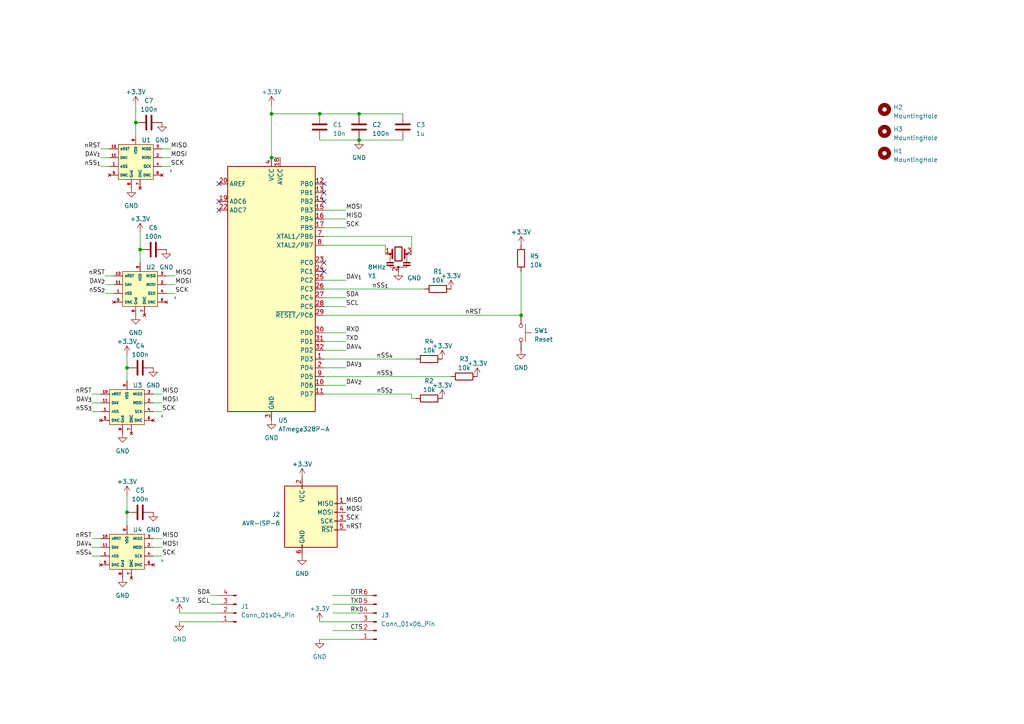
<source format=kicad_sch>
(kicad_sch (version 20230121) (generator eeschema)
  (paper "A4")
  (lib_symbols
    (symbol "Connector:AVR-ISP-6" (pin_names (offset 1.016))
      (property "Reference" "J" (at -6.35 11.43 0))
      (property "Value" "AVR-ISP-6" (at 0 11.43 0))
      (symbol "AVR-ISP-6_0_1"
        (rectangle (start -2.667 -6.858) (end -2.413 -7.62))
        (rectangle (start -2.667 10.16) (end -2.413 9.398))
        (rectangle (start 7.62 -2.413) (end 6.858 -2.667))
        (rectangle (start 7.62 0.127) (end 6.858 -0.127))
        (rectangle (start 7.62 2.667) (end 6.858 2.413))
        (rectangle (start 7.62 5.207) (end 6.858 4.953))
        (rectangle (start 7.62 10.16) (end -7.62 -7.62) (stroke (width 0.254)) (fill (type background)))
      )
      (symbol "AVR-ISP-6_1_1"
        (pin passive line (at 10.16 5.08 180) (length 2.54) (name "MISO") (number "1"))
        (pin passive line (at -2.54 12.7 270) (length 2.54) (name "VCC") (number "2"))
        (pin passive line (at 10.16 0 180) (length 2.54) (name "SCK") (number "3"))
        (pin passive line (at 10.16 2.54 180) (length 2.54) (name "MOSI") (number "4"))
        (pin passive line (at 10.16 -2.54 180) (length 2.54) (name "~{RST}") (number "5"))
        (pin passive line (at -2.54 -10.16 90) (length 2.54) (name "GND") (number "6"))
      )
    )
    (symbol "Connector:Conn_01x04_Pin" (pin_names (offset 1.016) hide)
      (property "Reference" "J" (at 0 5.08 0))
      (property "Value" "Conn_01x04_Pin" (at 0 -7.62 0))
      (symbol "Conn_01x04_Pin_1_1"
        (polyline (pts (xy 1.27 -5.08) (xy 0.8636 -5.08)) (stroke (width 0.1524)))
        (polyline (pts (xy 1.27 -2.54) (xy 0.8636 -2.54)) (stroke (width 0.1524)))
        (polyline (pts (xy 1.27 0) (xy 0.8636 0)) (stroke (width 0.1524)))
        (polyline (pts (xy 1.27 2.54) (xy 0.8636 2.54)) (stroke (width 0.1524)))
        (rectangle (start 0.8636 -4.953) (end 0 -5.207) (stroke (width 0.1524)) (fill (type outline)))
        (rectangle (start 0.8636 -2.413) (end 0 -2.667) (stroke (width 0.1524)) (fill (type outline)))
        (rectangle (start 0.8636 0.127) (end 0 -0.127) (stroke (width 0.1524)) (fill (type outline)))
        (rectangle (start 0.8636 2.667) (end 0 2.413) (stroke (width 0.1524)) (fill (type outline)))
        (pin passive line (at 5.08 2.54 180) (length 3.81) (name "Pin_1") (number "1"))
        (pin passive line (at 5.08 0 180) (length 3.81) (name "Pin_2") (number "2"))
        (pin passive line (at 5.08 -2.54 180) (length 3.81) (name "Pin_3") (number "3"))
        (pin passive line (at 5.08 -5.08 180) (length 3.81) (name "Pin_4") (number "4"))
      )
    )
    (symbol "Connector:Conn_01x06_Pin" (pin_names (offset 1.016) hide)
      (property "Reference" "J" (at 0 7.62 0))
      (property "Value" "Conn_01x06_Pin" (at 0 -10.16 0))
      (symbol "Conn_01x06_Pin_1_1"
        (polyline (pts (xy 1.27 -7.62) (xy 0.8636 -7.62)) (stroke (width 0.1524)))
        (polyline (pts (xy 1.27 -5.08) (xy 0.8636 -5.08)) (stroke (width 0.1524)))
        (polyline (pts (xy 1.27 -2.54) (xy 0.8636 -2.54)) (stroke (width 0.1524)))
        (polyline (pts (xy 1.27 0) (xy 0.8636 0)) (stroke (width 0.1524)))
        (polyline (pts (xy 1.27 2.54) (xy 0.8636 2.54)) (stroke (width 0.1524)))
        (polyline (pts (xy 1.27 5.08) (xy 0.8636 5.08)) (stroke (width 0.1524)))
        (rectangle (start 0.8636 -7.493) (end 0 -7.747) (stroke (width 0.1524)) (fill (type outline)))
        (rectangle (start 0.8636 -4.953) (end 0 -5.207) (stroke (width 0.1524)) (fill (type outline)))
        (rectangle (start 0.8636 -2.413) (end 0 -2.667) (stroke (width 0.1524)) (fill (type outline)))
        (rectangle (start 0.8636 0.127) (end 0 -0.127) (stroke (width 0.1524)) (fill (type outline)))
        (rectangle (start 0.8636 2.667) (end 0 2.413) (stroke (width 0.1524)) (fill (type outline)))
        (rectangle (start 0.8636 5.207) (end 0 4.953) (stroke (width 0.1524)) (fill (type outline)))
        (pin passive line (at 5.08 5.08 180) (length 3.81) (name "Pin_1") (number "1"))
        (pin passive line (at 5.08 2.54 180) (length 3.81) (name "Pin_2") (number "2"))
        (pin passive line (at 5.08 0 180) (length 3.81) (name "Pin_3") (number "3"))
        (pin passive line (at 5.08 -2.54 180) (length 3.81) (name "Pin_4") (number "4"))
        (pin passive line (at 5.08 -5.08 180) (length 3.81) (name "Pin_5") (number "5"))
        (pin passive line (at 5.08 -7.62 180) (length 3.81) (name "Pin_6") (number "6"))
      )
    )
    (symbol "Device:C" (pin_numbers hide) (pin_names (offset 0.254))
      (property "Reference" "C" (at 0.635 2.54 0))
      (property "Value" "C" (at 0.635 -2.54 0))
      (symbol "C_0_1"
        (polyline (pts (xy -2.032 -0.762) (xy 2.032 -0.762)) (stroke (width 0.508)))
        (polyline (pts (xy -2.032 0.762) (xy 2.032 0.762)) (stroke (width 0.508)))
      )
      (symbol "C_1_1"
        (pin passive line (at 0 3.81 270) (length 2.794) (name "~") (number "1"))
        (pin passive line (at 0 -3.81 90) (length 2.794) (name "~") (number "2"))
      )
    )
    (symbol "Device:R" (pin_numbers hide) (pin_names (offset 0))
      (property "Reference" "R" (at 2.032 0 90))
      (property "Value" "R" (at 0 0 90))
      (symbol "R_0_1"
        (rectangle (start -1.016 -2.54) (end 1.016 2.54) (stroke (width 0.254)))
      )
      (symbol "R_1_1"
        (pin passive line (at 0 3.81 270) (length 1.27) (name "~") (number "1"))
        (pin passive line (at 0 -3.81 90) (length 1.27) (name "~") (number "2"))
      )
    )
    (symbol "Device:Resonator" (pin_names (offset 1.016) hide)
      (property "Reference" "Y" (at 0 5.715 0))
      (property "Value" "Resonator" (at 0 3.81 0))
      (symbol "Resonator_0_1"
        (rectangle (start -3.429 -3.175) (end -1.397 -3.429) (fill (type outline)))
        (rectangle (start -3.429 -2.413) (end -1.397 -2.667) (fill (type outline)))
        (circle (center -2.413 0) (radius 0.254) (fill (type outline)))
        (rectangle (start -1.016 2.032) (end 1.016 -2.032) (stroke (width 0.3048)))
        (circle (center 0 -3.81) (radius 0.254) (fill (type outline)))
        (polyline (pts (xy -2.413 -2.413) (xy -2.413 0)))
        (polyline (pts (xy -1.905 0) (xy -3.175 0)))
        (polyline (pts (xy -1.778 -1.27) (xy -1.778 1.27)) (stroke (width 0.508)))
        (polyline (pts (xy 1.778 -1.27) (xy 1.778 1.27)) (stroke (width 0.508)))
        (polyline (pts (xy 1.905 0) (xy 2.54 0)))
        (polyline (pts (xy 2.413 0) (xy 2.413 -2.54)))
        (polyline (pts (xy 2.413 -3.302) (xy 2.413 -3.81) (xy -2.413 -3.81) (xy -2.413 -3.302)))
        (rectangle (start 1.397 -3.175) (end 3.429 -3.429) (fill (type outline)))
        (rectangle (start 1.397 -2.413) (end 3.429 -2.667) (fill (type outline)))
        (circle (center 2.413 0) (radius 0.254) (fill (type outline)))
      )
      (symbol "Resonator_1_1"
        (pin passive line (at -3.81 0 0) (length 1.27) (name "1") (number "1"))
        (pin passive line (at 0 -5.08 90) (length 1.27) (name "2") (number "2"))
        (pin passive line (at 3.81 0 180) (length 1.27) (name "3") (number "3"))
      )
    )
    (symbol "MCU_Microchip_ATmega:ATmega328P-A"
      (property "Reference" "U" (at -12.7 36.83 0))
      (property "Value" "ATmega328P-A" (at 2.54 -36.83 0))
      (symbol "ATmega328P-A_0_1"
        (rectangle (start -12.7 -35.56) (end 12.7 35.56) (stroke (width 0.254)) (fill (type background)))
      )
      (symbol "ATmega328P-A_1_1"
        (pin bidirectional line (at 15.24 -20.32 180) (length 2.54) (name "PD3") (number "1"))
        (pin bidirectional line (at 15.24 -27.94 180) (length 2.54) (name "PD6") (number "10"))
        (pin bidirectional line (at 15.24 -30.48 180) (length 2.54) (name "PD7") (number "11"))
        (pin bidirectional line (at 15.24 30.48 180) (length 2.54) (name "PB0") (number "12"))
        (pin bidirectional line (at 15.24 27.94 180) (length 2.54) (name "PB1") (number "13"))
        (pin bidirectional line (at 15.24 25.4 180) (length 2.54) (name "PB2") (number "14"))
        (pin bidirectional line (at 15.24 22.86 180) (length 2.54) (name "PB3") (number "15"))
        (pin bidirectional line (at 15.24 20.32 180) (length 2.54) (name "PB4") (number "16"))
        (pin bidirectional line (at 15.24 17.78 180) (length 2.54) (name "PB5") (number "17"))
        (pin power_in line (at 2.54 38.1 270) (length 2.54) (name "AVCC") (number "18"))
        (pin input line (at -15.24 25.4 0) (length 2.54) (name "ADC6") (number "19"))
        (pin bidirectional line (at 15.24 -22.86 180) (length 2.54) (name "PD4") (number "2"))
        (pin passive line (at -15.24 30.48 0) (length 2.54) (name "AREF") (number "20"))
        (pin passive line (at 0 -38.1 90) (length 2.54) hide (name "GND") (number "21"))
        (pin input line (at -15.24 22.86 0) (length 2.54) (name "ADC7") (number "22"))
        (pin bidirectional line (at 15.24 7.62 180) (length 2.54) (name "PC0") (number "23"))
        (pin bidirectional line (at 15.24 5.08 180) (length 2.54) (name "PC1") (number "24"))
        (pin bidirectional line (at 15.24 2.54 180) (length 2.54) (name "PC2") (number "25"))
        (pin bidirectional line (at 15.24 0 180) (length 2.54) (name "PC3") (number "26"))
        (pin bidirectional line (at 15.24 -2.54 180) (length 2.54) (name "PC4") (number "27"))
        (pin bidirectional line (at 15.24 -5.08 180) (length 2.54) (name "PC5") (number "28"))
        (pin bidirectional line (at 15.24 -7.62 180) (length 2.54) (name "~{RESET}/PC6") (number "29"))
        (pin power_in line (at 0 -38.1 90) (length 2.54) (name "GND") (number "3"))
        (pin bidirectional line (at 15.24 -12.7 180) (length 2.54) (name "PD0") (number "30"))
        (pin bidirectional line (at 15.24 -15.24 180) (length 2.54) (name "PD1") (number "31"))
        (pin bidirectional line (at 15.24 -17.78 180) (length 2.54) (name "PD2") (number "32"))
        (pin power_in line (at 0 38.1 270) (length 2.54) (name "VCC") (number "4"))
        (pin passive line (at 0 -38.1 90) (length 2.54) hide (name "GND") (number "5"))
        (pin passive line (at 0 38.1 270) (length 2.54) hide (name "VCC") (number "6"))
        (pin bidirectional line (at 15.24 15.24 180) (length 2.54) (name "XTAL1/PB6") (number "7"))
        (pin bidirectional line (at 15.24 12.7 180) (length 2.54) (name "XTAL2/PB7") (number "8"))
        (pin bidirectional line (at 15.24 -25.4 180) (length 2.54) (name "PD5") (number "9"))
      )
    )
    (symbol "Mechanical:MountingHole" (pin_names (offset 1.016))
      (property "Reference" "H" (at 0 5.08 0))
      (property "Value" "MountingHole" (at 0 3.175 0))
      (symbol "MountingHole_0_1"
        (circle (center 0 0) (radius 1.27) (stroke (width 1.27)))
      )
    )
    (symbol "Switch:SW_Push" (pin_numbers hide) (pin_names (offset 1.016) hide)
      (property "Reference" "SW" (at 1.27 2.54 0))
      (property "Value" "SW_Push" (at 0 -1.524 0))
      (symbol "SW_Push_0_1"
        (circle (center -2.032 0) (radius 0.508))
        (polyline (pts (xy 0 1.27) (xy 0 3.048)))
        (polyline (pts (xy 2.54 1.27) (xy -2.54 1.27)))
        (circle (center 2.032 0) (radius 0.508))
        (pin passive line (at -5.08 0 0) (length 2.54) (name "1") (number "1"))
        (pin passive line (at 5.08 0 180) (length 2.54) (name "2") (number "2"))
      )
    )
    (symbol "power:+3.3V" (power) (pin_names (offset 0))
      (property "Value" "+3.3V" (at 0 3.556 0))
      (symbol "+3.3V_0_1"
        (polyline (pts (xy -0.762 1.27) (xy 0 2.54)))
        (polyline (pts (xy 0 0) (xy 0 2.54)))
        (polyline (pts (xy 0 2.54) (xy 0.762 1.27)))
      )
      (symbol "+3.3V_1_1"
        (pin power_in line (at 0 0 90) (length 0) hide (name "+3.3V") (number "1"))
      )
    )
    (symbol "power:GND" (power) (pin_names (offset 0))
      (property "Value" "GND" (at 0 -3.81 0))
      (symbol "GND_0_1"
        (polyline (pts (xy 0 0) (xy 0 -1.27) (xy 1.27 -1.27) (xy 0 -2.54) (xy -1.27 -1.27) (xy 0 -1.27)))
      )
      (symbol "GND_1_1"
        (pin power_in line (at 0 0 270) (length 0) hide (name "GND") (number "1"))
      )
    )
    (symbol "sensor3DModel:ND005D-SM02-R" (in_bom no)
      (property "Reference" "U" (at 0 2.54 0))
      (symbol "ND005D-SM02-R_0_1"
        (rectangle (start -5.08 -8.89) (end 5.08 -19.05) (fill (type background)))
        (rectangle (start -3.81 -10.16) (end -3.81 -10.16))
      )
      (symbol "ND005D-SM02-R_1_1"
        (pin input line (at -7.62 -15.24 0) (length 2.54) (name "nSS") (number "1"))
        (pin input line (at -7.62 -10.16 0) (length 2.54) (name "nRST") (number "10"))
        (pin output line (at -7.62 -12.7 0) (length 2.54) (name "DAV") (number "11"))
        (pin input line (at 7.62 -12.7 180) (length 2.54) (name "MOSI") (number "2"))
        (pin output line (at 7.62 -10.16 180) (length 2.54) (name "MISO") (number "3"))
        (pin input line (at 7.62 -15.24 180) (length 2.54) (name "SCK") (number "4"))
        (pin no_connect line (at -7.62 -17.78 0) (length 2.54) (name "DNC") (number "5"))
        (pin no_connect line (at 7.62 -17.78 180) (length 2.54) (name "DNC") (number "6"))
        (pin no_connect line (at 1.27 -21.59 90) (length 2.54) (name "DNC") (number "7"))
        (pin power_in line (at -1.27 -21.59 90) (length 2.54) (name "Gnd") (number "8"))
        (pin power_in line (at 0 -6.35 270) (length 2.54) (name "VDD") (number "9"))
      )
    )
  )
  (junction (at 78.74 33.02))
  (junction (at 36.83 106.68))
  (junction (at 36.83 148.59))
  (junction (at 104.14 33.02))
  (junction (at 151.13 91.44))
  (junction (at 104.14 40.64))
  (junction (at 40.64 72.39))
  (junction (at 92.71 33.02))
  (junction (at 39.37 35.56))
  (junction (at 78.74 45.72))
  (no_connect (at 93.98 58.42))
  (no_connect (at 63.5 58.42))
  (no_connect (at 93.98 76.2))
  (no_connect (at 63.5 60.96))
  (no_connect (at 93.98 78.74))
  (no_connect (at 63.5 53.34))
  (no_connect (at 93.98 53.34))
  (no_connect (at 93.98 55.88))
  (wire (pts (xy 40.64 72.39) (xy 40.64 76.2)))
  (wire (pts (xy 93.98 109.22) (xy 130.81 109.22)))
  (wire (pts (xy 93.98 83.82) (xy 123.19 83.82)))
  (wire (pts (xy 100.33 81.28) (xy 93.98 81.28)))
  (wire (pts (xy 44.45 114.3) (xy 46.99 114.3)))
  (wire (pts (xy 48.26 85.09) (xy 50.8 85.09)))
  (wire (pts (xy 96.52 172.72) (xy 104.14 172.72)))
  (wire (pts (xy 78.74 33.02) (xy 78.74 45.72)))
  (wire (pts (xy 78.74 33.02) (xy 92.71 33.02)))
  (wire (pts (xy 100.33 106.68) (xy 93.98 106.68)))
  (wire (pts (xy 151.13 78.74) (xy 151.13 91.44)))
  (wire (pts (xy 92.71 40.64) (xy 104.14 40.64)))
  (wire (pts (xy 40.64 67.31) (xy 40.64 72.39)))
  (wire (pts (xy 26.67 156.21) (xy 29.21 156.21)))
  (wire (pts (xy 26.67 116.84) (xy 29.21 116.84)))
  (wire (pts (xy 96.52 175.26) (xy 104.14 175.26)))
  (wire (pts (xy 39.37 35.56) (xy 39.37 39.37)))
  (wire (pts (xy 104.14 33.02) (xy 116.84 33.02)))
  (wire (pts (xy 30.48 85.09) (xy 33.02 85.09)))
  (wire (pts (xy 93.98 71.12) (xy 111.76 71.12)))
  (wire (pts (xy 36.83 102.87) (xy 36.83 106.68)))
  (wire (pts (xy 119.38 115.57) (xy 120.65 115.57)))
  (wire (pts (xy 52.07 177.8) (xy 63.5 177.8)))
  (wire (pts (xy 44.45 161.29) (xy 46.99 161.29)))
  (wire (pts (xy 104.14 40.64) (xy 116.84 40.64)))
  (wire (pts (xy 46.99 48.26) (xy 49.53 48.26)))
  (wire (pts (xy 92.71 33.02) (xy 104.14 33.02)))
  (wire (pts (xy 96.52 182.88) (xy 104.14 182.88)))
  (wire (pts (xy 44.45 158.75) (xy 46.99 158.75)))
  (wire (pts (xy 119.38 73.66) (xy 119.38 68.58)))
  (wire (pts (xy 93.98 88.9) (xy 100.33 88.9)))
  (wire (pts (xy 100.33 99.06) (xy 93.98 99.06)))
  (wire (pts (xy 26.67 114.3) (xy 29.21 114.3)))
  (wire (pts (xy 26.67 161.29) (xy 29.21 161.29)))
  (wire (pts (xy 26.67 158.75) (xy 29.21 158.75)))
  (wire (pts (xy 93.98 91.44) (xy 151.13 91.44)))
  (wire (pts (xy 93.98 66.04) (xy 100.33 66.04)))
  (wire (pts (xy 44.45 116.84) (xy 46.99 116.84)))
  (wire (pts (xy 36.83 106.68) (xy 36.83 110.49)))
  (wire (pts (xy 93.98 104.14) (xy 120.65 104.14)))
  (wire (pts (xy 30.48 80.01) (xy 33.02 80.01)))
  (wire (pts (xy 29.21 48.26) (xy 31.75 48.26)))
  (wire (pts (xy 93.98 86.36) (xy 100.33 86.36)))
  (wire (pts (xy 60.96 175.26) (xy 63.5 175.26)))
  (wire (pts (xy 60.96 172.72) (xy 63.5 172.72)))
  (wire (pts (xy 93.98 63.5) (xy 100.33 63.5)))
  (wire (pts (xy 119.38 115.57) (xy 119.38 114.3)))
  (wire (pts (xy 39.37 30.48) (xy 39.37 35.56)))
  (wire (pts (xy 52.07 180.34) (xy 63.5 180.34)))
  (wire (pts (xy 36.83 148.59) (xy 36.83 152.4)))
  (wire (pts (xy 29.21 43.18) (xy 31.75 43.18)))
  (wire (pts (xy 44.45 156.21) (xy 46.99 156.21)))
  (wire (pts (xy 92.71 185.42) (xy 104.14 185.42)))
  (wire (pts (xy 100.33 96.52) (xy 93.98 96.52)))
  (wire (pts (xy 46.99 45.72) (xy 49.53 45.72)))
  (wire (pts (xy 30.48 82.55) (xy 33.02 82.55)))
  (wire (pts (xy 100.33 101.6) (xy 93.98 101.6)))
  (wire (pts (xy 29.21 45.72) (xy 31.75 45.72)))
  (wire (pts (xy 44.45 119.38) (xy 46.99 119.38)))
  (wire (pts (xy 100.33 111.76) (xy 93.98 111.76)))
  (wire (pts (xy 36.83 143.51) (xy 36.83 148.59)))
  (wire (pts (xy 46.99 43.18) (xy 49.53 43.18)))
  (wire (pts (xy 78.74 30.48) (xy 78.74 33.02)))
  (wire (pts (xy 48.26 80.01) (xy 50.8 80.01)))
  (wire (pts (xy 26.67 119.38) (xy 29.21 119.38)))
  (wire (pts (xy 78.74 45.72) (xy 81.28 45.72)))
  (wire (pts (xy 93.98 68.58) (xy 119.38 68.58)))
  (wire (pts (xy 96.52 177.8) (xy 104.14 177.8)))
  (wire (pts (xy 92.71 180.34) (xy 104.14 180.34)))
  (wire (pts (xy 48.26 82.55) (xy 50.8 82.55)))
  (wire (pts (xy 111.76 73.66) (xy 111.76 71.12)))
  (wire (pts (xy 119.38 114.3) (xy 93.98 114.3)))
  (wire (pts (xy 93.98 60.96) (xy 100.33 60.96)))
  (label "MOSI" (at 50.8 82.55 0))
  (label "DAV_{3}" (at 100.33 106.68 0))
  (label "nSS_{1}" (at 107.95 83.82 0))
  (label "SCK" (at 46.99 119.38 0))
  (label "MISO" (at 100.33 63.5 0))
  (label "SCK" (at 49.53 48.26 0))
  (label "MISO" (at 100.33 146.05 0))
  (label "SDA" (at 60.96 172.72 180))
  (label "SCL" (at 100.33 88.9 0))
  (label "nSS_{2}" (at 30.48 85.09 180))
  (label "DAV_{1}" (at 29.21 45.72 180))
  (label "MISO" (at 46.99 114.3 0))
  (label "SCK" (at 100.33 151.13 0))
  (label "TXD" (at 101.6 175.26 0))
  (label "nRST" (at 139.7 91.44 180))
  (label "nSS_{4}" (at 26.67 161.29 180))
  (label "RXD" (at 101.6 177.8 0))
  (label "nSS_{1}" (at 29.21 48.26 180))
  (label "MISO" (at 46.99 156.21 0))
  (label "DAV_{4}" (at 100.33 101.6 0))
  (label "MISO" (at 50.8 80.01 0))
  (label "nRST" (at 26.67 156.21 180))
  (label "DAV_{2}" (at 100.33 111.76 0))
  (label "SCK" (at 100.33 66.04 0))
  (label "MOSI" (at 46.99 116.84 0))
  (label "MOSI" (at 100.33 60.96 0))
  (label "nSS_{4}" (at 109.22 104.14 0))
  (label "nRST" (at 29.21 43.18 180))
  (label "DAV_{1}" (at 100.33 81.28 0))
  (label "SCL" (at 60.96 175.26 180))
  (label "CTS" (at 101.6 182.88 0))
  (label "nSS_{3}" (at 26.67 119.38 180))
  (label "MOSI" (at 49.53 45.72 0))
  (label "nRST" (at 100.33 153.67 0))
  (label "SCK" (at 50.8 85.09 0))
  (label "DAV_{3}" (at 26.67 116.84 180))
  (label "nSS_{3}" (at 109.22 109.22 0))
  (label "SCK" (at 46.99 161.29 0))
  (label "nSS_{2}" (at 109.22 114.3 0))
  (label "SDA" (at 100.33 86.36 0))
  (label "nRST" (at 30.48 80.01 180))
  (label "DAV_{2}" (at 30.48 82.55 180))
  (label "MISO" (at 49.53 43.18 0))
  (label "nRST" (at 26.67 114.3 180))
  (label "MOSI" (at 100.33 148.59 0))
  (label "MOSI" (at 46.99 158.75 0))
  (label "RXD" (at 100.33 96.52 0))
  (label "TXD" (at 100.33 99.06 0))
  (label "DTR" (at 101.6 172.72 0))
  (label "DAV_{4}" (at 26.67 158.75 180))
  (symbol (lib_id "power:+3.3V") (at 92.71 180.34 0) (unit 1)
    (property "Reference" "#PWR024" (effects hide))
    (property "Value" "+3.3V" (at 92.71 176.53 0))
  )
  (symbol (lib_id "Switch:SW_Push") (at 151.13 96.52 270) (unit 1)
    (property "Reference" "SW1" (at 154.94 95.885 90) (effects (justify left)))
    (property "Value" "Reset" (at 154.94 98.425 90) (effects (justify left)))
    (property "Footprint" "Button_Switch_SMD:SW_SPST_SKQG_WithStem" (effects hide))
  )
  (symbol (lib_id "power:+3.3V") (at 151.13 71.12 0) (unit 1)
    (property "Reference" "#PWR013" (effects hide))
    (property "Value" "+3.3V" (at 151.13 67.31 0))
  )
  (symbol (lib_id "power:GND") (at 52.07 180.34 0) (unit 1)
    (property "Reference" "#PWR012" (effects hide))
    (property "Value" "GND" (at 52.07 185.42 0))
  )
  (symbol (lib_id "Device:C") (at 44.45 72.39 90) (unit 1)
    (property "Reference" "C6" (at 44.45 66.04 90))
    (property "Value" "100n" (at 44.45 68.58 90))
    (property "Footprint" "Capacitor_SMD:C_0603_1608Metric" (effects hide))
  )
  (symbol (lib_id "Mechanical:MountingHole") (at 256.54 44.45 0) (unit 1)
    (property "Reference" "H1" (at 259.08 43.815 0) (effects (justify left)))
    (property "Value" "MountingHole" (at 259.08 46.355 0) (effects (justify left)))
    (property "Footprint" "MountingHole:MountingHole_3.2mm_M3" (effects hide))
  )
  (symbol (lib_id "Device:C") (at 43.18 35.56 90) (unit 1)
    (property "Reference" "C7" (at 43.18 29.21 90))
    (property "Value" "100n" (at 43.18 31.75 90))
    (property "Footprint" "Capacitor_SMD:C_0603_1608Metric" (effects hide))
  )
  (symbol (lib_id "Mechanical:MountingHole") (at 256.54 38.1 0) (unit 1)
    (property "Reference" "H3" (at 259.08 37.465 0) (effects (justify left)))
    (property "Value" "MountingHole" (at 259.08 40.005 0) (effects (justify left)))
    (property "Footprint" "MountingHole:MountingHole_3.2mm_M3" (effects hide))
  )
  (symbol (lib_id "power:GND") (at 44.45 148.59 0) (unit 1)
    (property "Reference" "#PWR017" (effects hide))
    (property "Value" "GND" (at 44.45 153.67 0))
  )
  (symbol (lib_id "power:GND") (at 92.71 185.42 0) (unit 1)
    (property "Reference" "#PWR023" (effects hide))
    (property "Value" "GND" (at 92.71 190.5 0))
  )
  (symbol (lib_id "power:GND") (at 46.99 35.56 0) (unit 1)
    (property "Reference" "#PWR020" (effects hide))
    (property "Value" "GND" (at 46.99 40.64 0))
  )
  (symbol (lib_id "power:+3.3V") (at 130.81 83.82 0) (unit 1)
    (property "Reference" "#PWR025" (effects hide))
    (property "Value" "+3.3V" (at 130.81 80.01 0))
  )
  (symbol (lib_id "power:+3.3V") (at 36.83 102.87 0) (unit 1)
    (property "Reference" "#PWR04" (effects hide))
    (property "Value" "+3.3V" (at 36.83 99.06 0))
  )
  (symbol (lib_id "sensor3DModel:ND005D-SM02-R") (at 36.83 146.05 0) (unit 1) (in_bom no)
    (property "Reference" "U4" (at 38.5259 153.67 0) (effects (justify left)))
    (property "Value" "~" (at 46.99 162.56 90))
    (property "Footprint" "pressureSensorFootprintLibrary:HV120SM02C" (effects hide))
    (property "Datasheet" "https://www.mouser.ca/datasheet/2/962/DS_0003C_ND_Series-2907223.pdf" (effects hide))
  )
  (symbol (lib_id "Device:C") (at 40.64 106.68 90) (unit 1)
    (property "Reference" "C4" (at 40.64 100.33 90))
    (property "Value" "100n" (at 40.64 102.87 90))
    (property "Footprint" "Capacitor_SMD:C_0603_1608Metric" (effects hide))
  )
  (symbol (lib_id "Connector:Conn_01x06_Pin") (at 109.22 180.34 180) (unit 1)
    (property "Reference" "J3" (at 110.49 178.435 0) (effects (justify right)))
    (property "Value" "Conn_01x06_Pin" (at 110.49 180.975 0) (effects (justify right)))
    (property "Footprint" "Connector_PinHeader_2.54mm:PinHeader_1x06_P2.54mm_Vertical" (effects hide))
  )
  (symbol (lib_id "Device:C") (at 104.14 36.83 0) (unit 1)
    (property "Reference" "C2" (at 107.95 36.195 0) (effects (justify left)))
    (property "Value" "100n" (at 107.95 38.735 0) (effects (justify left)))
    (property "Footprint" "Capacitor_SMD:C_0603_1608Metric" (effects hide))
  )
  (symbol (lib_id "power:+3.3V") (at 39.37 30.48 0) (unit 1)
    (property "Reference" "#PWR02" (effects hide))
    (property "Value" "+3.3V" (at 39.37 26.67 0))
  )
  (symbol (lib_id "Device:R") (at 151.13 74.93 0) (unit 1)
    (property "Reference" "R5" (at 153.67 74.295 0) (effects (justify left)))
    (property "Value" "10k" (at 153.67 76.835 0) (effects (justify left)))
    (property "Footprint" "Resistor_SMD:R_0603_1608Metric" (effects hide))
  )
  (symbol (lib_id "Device:R") (at 124.46 104.14 90) (unit 1)
    (property "Reference" "R4" (at 124.46 99.06 90))
    (property "Value" "10k" (at 124.46 101.6 90))
    (property "Footprint" "Resistor_SMD:R_0603_1608Metric" (effects hide))
  )
  (symbol (lib_id "Device:R") (at 127 83.82 90) (unit 1)
    (property "Reference" "R1" (at 127 78.74 90))
    (property "Value" "10k" (at 127 81.28 90))
    (property "Footprint" "Resistor_SMD:R_0603_1608Metric" (effects hide))
  )
  (symbol (lib_id "power:GND") (at 115.57 78.74 0) (unit 1)
    (property "Reference" "#PWR015" (effects hide))
    (property "Value" "GND" (at 118.11 80.645 0) (effects (justify left)))
  )
  (symbol (lib_id "power:+3.3V") (at 36.83 143.51 0) (unit 1)
    (property "Reference" "#PWR05" (effects hide))
    (property "Value" "+3.3V" (at 36.83 139.7 0))
  )
  (symbol (lib_id "Mechanical:MountingHole") (at 256.54 31.75 0) (unit 1)
    (property "Reference" "H2" (at 259.08 31.115 0) (effects (justify left)))
    (property "Value" "MountingHole" (at 259.08 33.655 0) (effects (justify left)))
    (property "Footprint" "MountingHole:MountingHole_3.2mm_M3" (effects hide))
  )
  (symbol (lib_id "power:GND") (at 44.45 106.68 0) (unit 1)
    (property "Reference" "#PWR018" (effects hide))
    (property "Value" "GND" (at 44.45 111.76 0))
  )
  (symbol (lib_id "Device:C") (at 40.64 148.59 90) (unit 1)
    (property "Reference" "C5" (at 40.64 142.24 90))
    (property "Value" "100n" (at 40.64 144.78 90))
    (property "Footprint" "Capacitor_SMD:C_0603_1608Metric" (effects hide))
  )
  (symbol (lib_id "Device:R") (at 134.62 109.22 90) (unit 1)
    (property "Reference" "R3" (at 134.62 104.14 90))
    (property "Value" "10k" (at 134.62 106.68 90))
    (property "Footprint" "Resistor_SMD:R_0603_1608Metric" (effects hide))
  )
  (symbol (lib_id "power:GND") (at 48.26 72.39 0) (unit 1)
    (property "Reference" "#PWR019" (effects hide))
    (property "Value" "GND" (at 48.26 77.47 0))
  )
  (symbol (lib_id "power:+3.3V") (at 87.63 138.43 0) (unit 1)
    (property "Reference" "#PWR021" (effects hide))
    (property "Value" "+3.3V" (at 87.63 134.62 0))
  )
  (symbol (lib_id "sensor3DModel:ND005D-SM02-R") (at 36.83 104.14 0) (unit 1) (in_bom no)
    (property "Reference" "U3" (at 38.5259 111.76 0) (effects (justify left)))
    (property "Value" "~" (at 46.99 120.65 90))
    (property "Footprint" "pressureSensorFootprintLibrary:HV120SM02C" (effects hide))
    (property "Datasheet" "https://www.mouser.ca/datasheet/2/962/DS_0003C_ND_Series-2907223.pdf" (effects hide))
  )
  (symbol (lib_id "Connector:AVR-ISP-6") (at 90.17 151.13 0) (unit 1)
    (property "Reference" "J2" (at 81.28 149.225 0) (effects (justify right)))
    (property "Value" "AVR-ISP-6" (at 81.28 151.765 0) (effects (justify right)))
    (property "Footprint" "Connector_IDC:IDC-Header_2x03_P2.54mm_Vertical_SMD" (effects hide))
    (property "Datasheet" " ~" (effects hide))
  )
  (symbol (lib_id "power:+3.3V") (at 128.27 115.57 0) (unit 1)
    (property "Reference" "#PWR028" (effects hide))
    (property "Value" "+3.3V" (at 128.27 111.76 0))
  )
  (symbol (lib_id "sensor3DModel:ND005D-SM02-R") (at 40.64 69.85 0) (unit 1) (in_bom no)
    (property "Reference" "U2" (at 42.3359 77.47 0) (effects (justify left)))
    (property "Value" "~" (at 50.8 86.36 90))
    (property "Footprint" "pressureSensorFootprintLibrary:HV120SM02C" (effects hide))
    (property "Datasheet" "https://www.mouser.ca/datasheet/2/962/DS_0003C_ND_Series-2907223.pdf" (effects hide))
  )
  (symbol (lib_id "Device:C") (at 92.71 36.83 0) (unit 1)
    (property "Reference" "C1" (at 96.52 36.195 0) (effects (justify left)))
    (property "Value" "10n" (at 96.52 38.735 0) (effects (justify left)))
    (property "Footprint" "Capacitor_SMD:C_0603_1608Metric" (effects hide))
  )
  (symbol (lib_id "Device:Resonator") (at 115.57 73.66 0) (unit 1)
    (property "Reference" "Y1" (at 106.68 80.01 0) (effects (justify left)))
    (property "Value" "8MHz" (at 106.68 77.47 0) (effects (justify left)))
    (property "Footprint" "Crystal:Resonator_SMD-3Pin_7.2x3.0mm_HandSoldering" (effects hide))
  )
  (symbol (lib_id "power:GND") (at 38.1 54.61 0) (unit 1)
    (property "Reference" "#PWR01" (effects hide))
    (property "Value" "GND" (at 38.1 59.69 0))
  )
  (symbol (lib_id "power:+3.3V") (at 138.43 109.22 0) (unit 1)
    (property "Reference" "#PWR027" (effects hide))
    (property "Value" "+3.3V" (at 138.43 105.41 0))
  )
  (symbol (lib_id "power:GND") (at 39.37 91.44 0) (unit 1)
    (property "Reference" "#PWR06" (effects hide))
    (property "Value" "GND" (at 39.37 96.52 0))
  )
  (symbol (lib_id "Device:R") (at 124.46 115.57 90) (unit 1)
    (property "Reference" "R2" (at 124.46 110.49 90))
    (property "Value" "10k" (at 124.46 113.03 90))
    (property "Footprint" "Resistor_SMD:R_0603_1608Metric" (effects hide))
  )
  (symbol (lib_id "MCU_Microchip_ATmega:ATmega328P-A") (at 78.74 83.82 0) (unit 1)
    (property "Reference" "U5" (at 80.6959 121.92 0) (effects (justify left)))
    (property "Value" "ATmega328P-A" (at 80.6959 124.46 0) (effects (justify left)))
    (property "Footprint" "Package_QFP:TQFP-32_7x7mm_P0.8mm" (effects hide))
    (property "Datasheet" "https://europe1.discourse-cdn.com/arduino/optimized/4X/5/d/7/5d795ff3e6a315c0eee8202d54d3cbbd91941882_2_690x495.png" (effects hide))
  )
  (symbol (lib_id "power:+3.3V") (at 128.27 104.14 0) (unit 1)
    (property "Reference" "#PWR026" (effects hide))
    (property "Value" "+3.3V" (at 128.27 100.33 0))
  )
  (symbol (lib_id "power:+3.3V") (at 78.74 30.48 0) (unit 1)
    (property "Reference" "#PWR09" (effects hide))
    (property "Value" "+3.3V" (at 78.74 26.67 0))
  )
  (symbol (lib_id "Connector:Conn_01x04_Pin") (at 68.58 177.8 180) (unit 1)
    (property "Reference" "J1" (at 69.85 175.895 0) (effects (justify right)))
    (property "Value" "Conn_01x04_Pin" (at 69.85 178.435 0) (effects (justify right)))
    (property "Footprint" "Connector_PinHeader_2.54mm:PinHeader_1x04_P2.54mm_Vertical" (effects hide))
  )
  (symbol (lib_id "sensor3DModel:ND005D-SM02-R") (at 39.37 33.02 0) (unit 1) (in_bom no)
    (property "Reference" "U1" (at 41.0659 40.64 0) (effects (justify left)))
    (property "Value" "~" (at 49.53 49.53 90))
    (property "Footprint" "pressureSensorFootprintLibrary:HV120SM02C" (effects hide))
    (property "Datasheet" "https://www.mouser.ca/datasheet/2/962/DS_0003C_ND_Series-2907223.pdf" (effects hide))
  )
  (symbol (lib_id "power:GND") (at 104.14 40.64 0) (unit 1)
    (property "Reference" "#PWR016" (effects hide))
    (property "Value" "GND" (at 104.14 45.72 0))
  )
  (symbol (lib_id "power:GND") (at 78.74 121.92 0) (unit 1)
    (property "Reference" "#PWR010" (effects hide))
    (property "Value" "GND" (at 78.74 127 0))
  )
  (symbol (lib_id "power:+3.3V") (at 52.07 177.8 0) (unit 1)
    (property "Reference" "#PWR011" (effects hide))
    (property "Value" "+3.3V" (at 52.07 173.99 0))
  )
  (symbol (lib_id "power:+3.3V") (at 40.64 67.31 0) (unit 1)
    (property "Reference" "#PWR03" (effects hide))
    (property "Value" "+3.3V" (at 40.64 63.5 0))
  )
  (symbol (lib_id "power:GND") (at 87.63 161.29 0) (unit 1)
    (property "Reference" "#PWR022" (effects hide))
    (property "Value" "GND" (at 87.63 166.37 0))
  )
  (symbol (lib_id "power:GND") (at 35.56 125.73 0) (unit 1)
    (property "Reference" "#PWR07" (effects hide))
    (property "Value" "GND" (at 35.56 130.81 0))
  )
  (symbol (lib_id "power:GND") (at 151.13 101.6 0) (unit 1)
    (property "Reference" "#PWR014" (effects hide))
    (property "Value" "GND" (at 151.13 106.68 0))
  )
  (symbol (lib_id "Device:C") (at 116.84 36.83 0) (unit 1)
    (property "Reference" "C3" (at 120.65 36.195 0) (effects (justify left)))
    (property "Value" "1u" (at 120.65 38.735 0) (effects (justify left)))
    (property "Footprint" "Capacitor_SMD:C_0603_1608Metric" (effects hide))
  )
  (symbol (lib_id "power:GND") (at 35.56 167.64 0) (unit 1)
    (property "Reference" "#PWR08" (effects hide))
    (property "Value" "GND" (at 35.56 172.72 0))
  )
)
</source>
